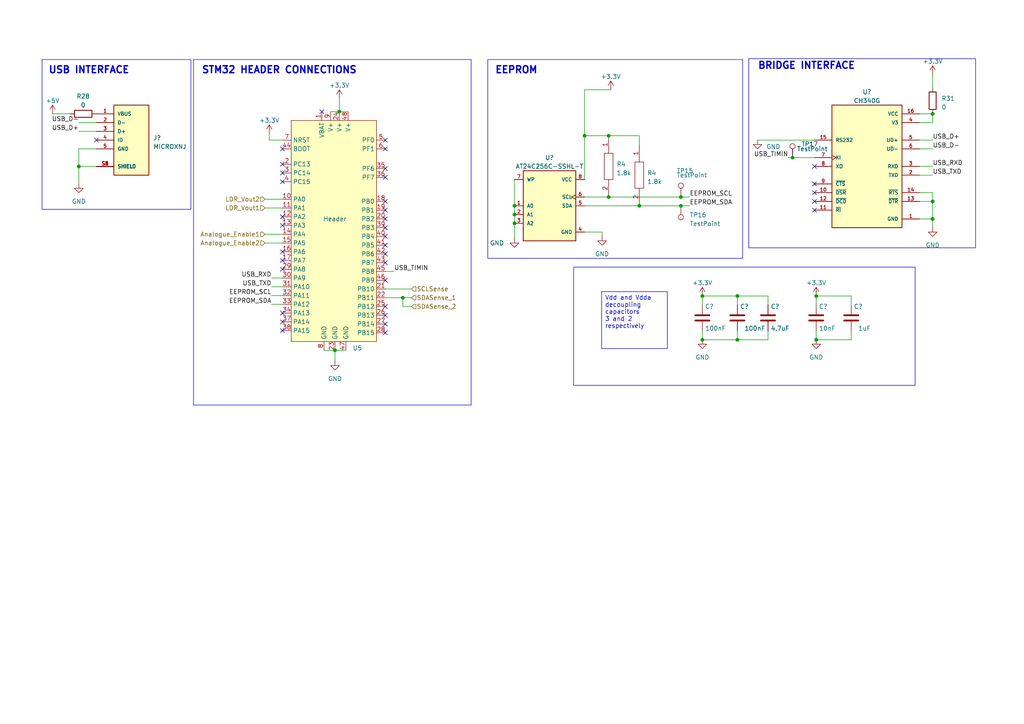
<source format=kicad_sch>
(kicad_sch (version 20230121) (generator eeschema)
  (paper "A4")
  (title_block (title "MCU Schematic") (date "2023-03-14") (rev "Rev 1") (company "UCT") (comment 1 "EEE3088F Project") (comment 2 "Jack Youens"))
  (lib_symbols
    (symbol "0402WGF1001TCE:0402WGF1001TCE" (pin_names (offset 0.762))
      (property "Reference" "R" (at 13.97 6.35 0))
      (property "Value" "0402WGF1001TCE" (at 13.97 3.81 0))
      (symbol "0402WGF1001TCE_0_0"
        (pin passive line (at 0 0 0) (length 5.08) (name "~") (number "1"))
        (pin passive line (at 17.78 0 180) (length 5.08) (name "~") (number "2"))
      )
      (symbol "0402WGF1001TCE_0_1"
        (polyline (pts (xy 5.08 1.27) (xy 12.7 1.27) (xy 12.7 -1.27) (xy 5.08 -1.27) (xy 5.08 1.27)) (stroke (width 0.1524)))
      )
    )
    (symbol "AT24C256C-SSHL-T:AT24C256C-SSHL-T" (pin_names (offset 1.016))
      (property "Reference" "U" (at -7.6427 10.1903 0))
      (property "Value" "AT24C256C-SSHL-T" (at -7.6309 -12.7181 0))
      (symbol "AT24C256C-SSHL-T_0_0"
        (rectangle (start -7.62 -10.16) (end 7.62 10.16) (stroke (width 0.254)) (fill (type background)))
        (pin input line (at -10.16 0 0) (length 2.54) (name "A0") (number "1"))
        (pin input line (at -10.16 -2.54 0) (length 2.54) (name "A1") (number "2"))
        (pin input line (at -10.16 -5.08 0) (length 2.54) (name "A2") (number "3"))
        (pin power_in line (at 10.16 -7.62 180) (length 2.54) (name "GND") (number "4"))
        (pin bidirectional line (at 10.16 0 180) (length 2.54) (name "SDA") (number "5"))
        (pin input clock (at 10.16 2.54 180) (length 2.54) (name "SCL") (number "6"))
        (pin input line (at -10.16 7.62 0) (length 2.54) (name "WP") (number "7"))
        (pin power_in line (at 10.16 7.62 180) (length 2.54) (name "VCC") (number "8"))
      )
    )
    (symbol "CH340G:CH340G" (pin_names (offset 1.016))
      (property "Reference" "U" (at -10.16 20.32 0))
      (property "Value" "CH340G" (at -10.16 -22.86 0))
      (symbol "CH340G_0_0"
        (rectangle (start -10.16 -17.78) (end 10.16 17.78) (stroke (width 0.254)) (fill (type background)))
        (pin power_in line (at 15.24 -15.24 180) (length 5.08) (name "GND") (number "1"))
        (pin input line (at -15.24 -7.62 0) (length 5.08) (name "~{DSR}") (number "10"))
        (pin input line (at -15.24 -12.7 0) (length 5.08) (name "~{RI}") (number "11"))
        (pin input line (at -15.24 -10.16 0) (length 5.08) (name "~{DCD}") (number "12"))
        (pin output line (at 15.24 -10.16 180) (length 5.08) (name "~{DTR}") (number "13"))
        (pin output line (at 15.24 -7.62 180) (length 5.08) (name "~{RTS}") (number "14"))
        (pin input line (at -15.24 7.62 0) (length 5.08) (name "RS232") (number "15"))
        (pin power_in line (at 15.24 15.24 180) (length 5.08) (name "VCC") (number "16"))
        (pin output line (at 15.24 -2.54 180) (length 5.08) (name "TXD") (number "2"))
        (pin input line (at 15.24 0 180) (length 5.08) (name "RXD") (number "3"))
        (pin power_in line (at 15.24 12.7 180) (length 5.08) (name "V3") (number "4"))
        (pin bidirectional line (at 15.24 7.62 180) (length 5.08) (name "UD+") (number "5"))
        (pin bidirectional line (at 15.24 5.08 180) (length 5.08) (name "UD-") (number "6"))
        (pin input clock (at -15.24 2.54 0) (length 5.08) (name "XI") (number "7"))
        (pin output line (at -15.24 0 0) (length 5.08) (name "XO") (number "8"))
        (pin input line (at -15.24 -5.08 0) (length 5.08) (name "~{CTS}") (number "9"))
      )
    )
    (symbol "Connector:TestPoint" (pin_numbers hide) (pin_names (offset 0.762) hide)
      (property "Reference" "TP" (at 0 6.858 0))
      (property "Value" "TestPoint" (at 0 5.08 0))
      (symbol "TestPoint_0_1"
        (circle (center 0 3.302) (radius 0.762))
      )
      (symbol "TestPoint_1_1"
        (pin passive line (at 0 0 90) (length 2.54) (name "1") (number "1"))
      )
    )
    (symbol "Device:C" (pin_numbers hide) (pin_names (offset 0.254))
      (property "Reference" "C" (at 0.635 2.54 0))
      (property "Value" "C" (at 0.635 -2.54 0))
      (symbol "C_0_1"
        (polyline (pts (xy -2.032 -0.762) (xy 2.032 -0.762)) (stroke (width 0.508)))
        (polyline (pts (xy -2.032 0.762) (xy 2.032 0.762)) (stroke (width 0.508)))
      )
      (symbol "C_1_1"
        (pin passive line (at 0 3.81 270) (length 2.794) (name "~") (number "1"))
        (pin passive line (at 0 -3.81 90) (length 2.794) (name "~") (number "2"))
      )
    )
    (symbol "Device:R" (pin_numbers hide) (pin_names (offset 0))
      (property "Reference" "R" (at 2.032 0 90))
      (property "Value" "R" (at 0 0 90))
      (symbol "R_0_1"
        (rectangle (start -1.016 -2.54) (end 1.016 2.54) (stroke (width 0.254)))
      )
      (symbol "R_1_1"
        (pin passive line (at 0 3.81 270) (length 1.27) (name "~") (number "1"))
        (pin passive line (at 0 -3.81 90) (length 1.27) (name "~") (number "2"))
      )
    )
    (symbol "MICROXNJ:MICROXNJ" (pin_names (offset 1.016))
      (property "Reference" "J" (at -5.0828 10.9278 0))
      (property "Value" "MICROXNJ" (at -5.0823 -10.9276 0))
      (symbol "MICROXNJ_0_0"
        (rectangle (start -5.08 -10.16) (end 5.08 10.16) (stroke (width 0.254)) (fill (type background)))
        (pin power_in line (at -10.16 7.62 0) (length 5.08) (name "VBUS") (number "1"))
        (pin bidirectional line (at -10.16 5.08 0) (length 5.08) (name "D-") (number "2"))
        (pin bidirectional line (at -10.16 2.54 0) (length 5.08) (name "D+") (number "3"))
        (pin bidirectional line (at -10.16 0 0) (length 5.08) (name "ID") (number "4"))
        (pin power_in line (at -10.16 -2.54 0) (length 5.08) (name "GND") (number "5"))
        (pin passive line (at -10.16 -7.62 0) (length 5.08) (name "SHIELD") (number "S1"))
        (pin passive line (at -10.16 -7.62 0) (length 5.08) (name "SHIELD") (number "S2"))
        (pin passive line (at -10.16 -7.62 0) (length 5.08) (name "SHIELD") (number "S3"))
        (pin passive line (at -10.16 -7.62 0) (length 5.08) (name "SHIELD") (number "S4"))
        (pin passive line (at -10.16 -7.62 0) (length 5.08) (name "SHIELD") (number "S5"))
        (pin passive line (at -10.16 -7.62 0) (length 5.08) (name "SHIELD") (number "S6"))
      )
    )
    (symbol "PCM_UCT:STM32F051C6TG6_Target"
      (property "Reference" "U" (at -11.43 32.385 0))
      (symbol "STM32F051C6TG6_Target_0_1"
        (rectangle (start -12.7 30.48) (end 12.065 -33.655) (fill (type background)))
      )
      (symbol "STM32F051C6TG6_Target_1_1"
        (pin power_in line (at -3.81 33.02 270) (length 2.54) (name "VBAT") (number "1"))
        (pin bidirectional line (at -15.24 7.62 0) (length 2.54) (name "PA0") (number "10"))
        (pin bidirectional line (at -15.24 5.08 0) (length 2.54) (name "PA1") (number "11"))
        (pin bidirectional line (at -15.24 2.54 0) (length 2.54) (name "PA2") (number "12"))
        (pin bidirectional line (at -15.24 0 0) (length 2.54) (name "PA3") (number "13"))
        (pin bidirectional line (at -15.24 -2.54 0) (length 2.54) (name "PA4") (number "14"))
        (pin bidirectional line (at -15.24 -5.08 0) (length 2.54) (name "PA5") (number "15"))
        (pin bidirectional line (at -15.24 -7.62 0) (length 2.54) (name "PA6") (number "16"))
        (pin bidirectional line (at -15.24 -10.16 0) (length 2.54) (name "PA7") (number "17"))
        (pin bidirectional line (at 14.605 6.985 180) (length 2.54) (name "PB0") (number "18"))
        (pin bidirectional line (at 14.605 4.445 180) (length 2.54) (name "PB1") (number "19"))
        (pin bidirectional line (at -15.24 17.78 0) (length 2.54) (name "PC13") (number "2"))
        (pin bidirectional line (at 14.605 1.905 180) (length 2.54) (name "PB2") (number "20"))
        (pin bidirectional line (at 14.605 -18.415 180) (length 2.54) (name "PB10") (number "21"))
        (pin bidirectional line (at 14.605 -20.955 180) (length 2.54) (name "PB11") (number "22"))
        (pin power_in line (at 0 -36.195 90) (length 2.54) (name "GND") (number "23"))
        (pin power_in line (at 1.27 33.02 270) (length 2.54) (name "V+") (number "24"))
        (pin bidirectional line (at 14.605 -23.495 180) (length 2.54) (name "PB12") (number "25"))
        (pin bidirectional line (at 14.605 -26.035 180) (length 2.54) (name "PB13") (number "26"))
        (pin bidirectional line (at 14.605 -28.575 180) (length 2.54) (name "PB14") (number "27"))
        (pin bidirectional line (at 14.605 -31.115 180) (length 2.54) (name "PB15") (number "28"))
        (pin bidirectional line (at -15.24 -12.7 0) (length 2.54) (name "PA8") (number "29"))
        (pin bidirectional line (at -15.24 15.24 0) (length 2.54) (name "PC14") (number "3"))
        (pin bidirectional line (at -15.24 -15.24 0) (length 2.54) (name "PA9") (number "30"))
        (pin bidirectional line (at -15.24 -17.78 0) (length 2.54) (name "PA10") (number "31"))
        (pin bidirectional line (at -15.24 -20.32 0) (length 2.54) (name "PA11") (number "32"))
        (pin bidirectional line (at -15.24 -22.86 0) (length 2.54) (name "PA12") (number "33"))
        (pin bidirectional line (at -15.24 -25.4 0) (length 2.54) (name "PA13") (number "34"))
        (pin bidirectional line (at 14.605 16.51 180) (length 2.54) (name "PF6") (number "35"))
        (pin bidirectional line (at 14.605 13.97 180) (length 2.54) (name "PF7") (number "36"))
        (pin bidirectional line (at -15.24 -27.94 0) (length 2.54) (name "PA14") (number "37"))
        (pin bidirectional line (at -15.24 -30.48 0) (length 2.54) (name "PA15") (number "38"))
        (pin bidirectional line (at 14.605 -0.635 180) (length 2.54) (name "PB3") (number "39"))
        (pin bidirectional line (at -15.24 12.7 0) (length 2.54) (name "PC15") (number "4"))
        (pin bidirectional line (at 14.605 -3.175 180) (length 2.54) (name "PB4") (number "40"))
        (pin bidirectional line (at 14.605 -5.715 180) (length 2.54) (name "PB5") (number "41"))
        (pin bidirectional line (at 14.605 -8.255 180) (length 2.54) (name "PB6") (number "42"))
        (pin bidirectional line (at 14.605 -10.795 180) (length 2.54) (name "PB7") (number "43"))
        (pin input line (at -15.24 22.225 0) (length 2.54) (name "BOOT") (number "44"))
        (pin bidirectional line (at 14.605 -13.335 180) (length 2.54) (name "PB8") (number "45"))
        (pin bidirectional line (at 14.605 -15.875 180) (length 2.54) (name "PB9") (number "46"))
        (pin power_in line (at 3.175 -36.195 90) (length 2.54) (name "GND") (number "47"))
        (pin power_in line (at 3.81 33.02 270) (length 2.54) (name "V+") (number "48"))
        (pin bidirectional line (at 14.605 24.765 180) (length 2.54) (name "PF0") (number "5"))
        (pin bidirectional line (at 14.605 22.225 180) (length 2.54) (name "PF1") (number "6"))
        (pin input line (at -15.24 24.765 0) (length 2.54) (name "NRST") (number "7"))
        (pin power_in line (at -3.175 -36.195 90) (length 2.54) (name "GND") (number "8"))
        (pin power_in line (at -1.27 33.02 270) (length 2.54) (name "V+") (number "9"))
      )
    )
    (symbol "power:+3.3V" (power) (pin_names (offset 0))
      (property "Value" "+3.3V" (at 0 3.556 0))
      (symbol "+3.3V_0_1"
        (polyline (pts (xy -0.762 1.27) (xy 0 2.54)))
        (polyline (pts (xy 0 0) (xy 0 2.54)))
        (polyline (pts (xy 0 2.54) (xy 0.762 1.27)))
      )
      (symbol "+3.3V_1_1"
        (pin power_in line (at 0 0 90) (length 0) hide (name "+3.3V") (number "1"))
      )
    )
    (symbol "power:+5V" (power) (pin_names (offset 0))
      (property "Value" "+5V" (at 0 3.556 0))
      (symbol "+5V_0_1"
        (polyline (pts (xy -0.762 1.27) (xy 0 2.54)))
        (polyline (pts (xy 0 0) (xy 0 2.54)))
        (polyline (pts (xy 0 2.54) (xy 0.762 1.27)))
      )
      (symbol "+5V_1_1"
        (pin power_in line (at 0 0 90) (length 0) hide (name "+5V") (number "1"))
      )
    )
    (symbol "power:GND" (power) (pin_names (offset 0))
      (property "Value" "GND" (at 0 -3.81 0))
      (symbol "GND_0_1"
        (polyline (pts (xy 0 0) (xy 0 -1.27) (xy 1.27 -1.27) (xy 0 -2.54) (xy -1.27 -1.27) (xy 0 -1.27)))
      )
      (symbol "GND_1_1"
        (pin power_in line (at 0 0 270) (length 0) hide (name "GND") (number "1"))
      )
    )
  )
  (junction (at 229.87 45.72))
  (junction (at 213.868 98.552))
  (junction (at 97.155 101.6))
  (junction (at 98.425 32.385))
  (junction (at 185.42 59.69))
  (junction (at 270.51 58.42))
  (junction (at 197.485 57.15))
  (junction (at 169.545 39.37))
  (junction (at 149.225 62.23))
  (junction (at 22.86 48.26))
  (junction (at 176.53 57.15))
  (junction (at 203.708 98.552))
  (junction (at 236.728 98.552))
  (junction (at 149.225 59.69))
  (junction (at 116.84 86.36))
  (junction (at 236.728 85.852))
  (junction (at 149.225 64.77))
  (junction (at 203.708 85.852))
  (junction (at 270.51 63.5))
  (junction (at 197.485 59.69))
  (junction (at 176.53 39.37))
  (junction (at 213.868 85.852))
  (junction (at 270.51 33.02))
  (no_connect (at 81.915 43.18))
  (no_connect (at 111.76 48.895))
  (no_connect (at 81.915 93.345))
  (no_connect (at 81.915 73.025))
  (no_connect (at 111.76 60.96))
  (no_connect (at 27.94 40.64))
  (no_connect (at 111.76 71.12))
  (no_connect (at 81.915 90.805))
  (no_connect (at 111.76 93.98))
  (no_connect (at 93.345 32.385))
  (no_connect (at 81.915 78.105))
  (no_connect (at 111.76 40.64))
  (no_connect (at 81.915 95.885))
  (no_connect (at 236.22 58.42))
  (no_connect (at 81.915 50.165))
  (no_connect (at 111.76 76.2))
  (no_connect (at 111.76 58.42))
  (no_connect (at 236.22 48.26))
  (no_connect (at 111.76 81.28))
  (no_connect (at 236.22 53.34))
  (no_connect (at 81.915 47.625))
  (no_connect (at 111.76 63.5))
  (no_connect (at 111.76 68.58))
  (no_connect (at 236.22 60.96))
  (no_connect (at 111.76 51.435))
  (no_connect (at 81.915 62.865))
  (no_connect (at 111.76 73.66))
  (no_connect (at 111.76 96.52))
  (no_connect (at 111.76 91.44))
  (no_connect (at 111.76 66.04))
  (no_connect (at 81.915 75.565))
  (no_connect (at 81.915 52.705))
  (no_connect (at 236.22 55.88))
  (no_connect (at 111.76 88.9))
  (no_connect (at 111.76 43.18))
  (no_connect (at 81.915 65.405))
  (wire (pts (xy 203.708 85.852) (xy 203.708 88.392)))
  (wire (pts (xy 169.545 52.07) (xy 169.545 39.37)))
  (wire (pts (xy 185.42 39.37) (xy 185.42 41.91)))
  (wire (pts (xy 27.94 48.26) (xy 22.86 48.26)))
  (wire (pts (xy 174.625 67.31) (xy 174.625 68.58)))
  (wire (pts (xy 76.835 57.785) (xy 81.915 57.785)))
  (wire (pts (xy 229.87 45.72) (xy 236.22 45.72)))
  (wire (pts (xy 270.51 33.02) (xy 270.51 35.56)))
  (wire (pts (xy 76.835 70.485) (xy 81.915 70.485)))
  (wire (pts (xy 97.155 101.6) (xy 97.155 104.775)))
  (wire (pts (xy 213.868 96.012) (xy 213.868 98.552)))
  (wire (pts (xy 270.51 63.5) (xy 270.51 66.04)))
  (wire (pts (xy 149.225 64.77) (xy 149.225 69.215)))
  (wire (pts (xy 119.38 88.9) (xy 116.84 88.9)))
  (wire (pts (xy 78.74 88.265) (xy 81.915 88.265)))
  (wire (pts (xy 213.868 98.552) (xy 203.708 98.552)))
  (wire (pts (xy 78.105 40.64) (xy 78.105 38.735)))
  (wire (pts (xy 176.53 57.15) (xy 197.485 57.15)))
  (wire (pts (xy 222.758 85.852) (xy 213.868 85.852)))
  (wire (pts (xy 228.6 45.72) (xy 229.87 45.72)))
  (wire (pts (xy 111.76 83.82) (xy 119.38 83.82)))
  (wire (pts (xy 266.7 48.26) (xy 270.51 48.26)))
  (wire (pts (xy 169.545 67.31) (xy 174.625 67.31)))
  (wire (pts (xy 76.835 67.945) (xy 81.915 67.945)))
  (wire (pts (xy 266.7 55.88) (xy 270.51 55.88)))
  (wire (pts (xy 116.84 88.9) (xy 116.84 86.36)))
  (wire (pts (xy 22.86 38.1) (xy 27.94 38.1)))
  (wire (pts (xy 246.888 98.552) (xy 246.888 96.012)))
  (wire (pts (xy 116.84 86.36) (xy 119.38 86.36)))
  (wire (pts (xy 98.425 28.575) (xy 98.425 32.385)))
  (wire (pts (xy 270.51 55.88) (xy 270.51 58.42)))
  (wire (pts (xy 266.7 43.18) (xy 270.51 43.18)))
  (wire (pts (xy 222.758 98.552) (xy 213.868 98.552)))
  (wire (pts (xy 97.155 101.6) (xy 100.33 101.6)))
  (wire (pts (xy 203.708 85.852) (xy 213.868 85.852)))
  (wire (pts (xy 266.7 40.64) (xy 270.51 40.64)))
  (wire (pts (xy 111.76 78.74) (xy 114.3 78.74)))
  (wire (pts (xy 27.94 43.18) (xy 22.86 43.18)))
  (wire (pts (xy 236.728 85.852) (xy 236.728 88.392)))
  (wire (pts (xy 266.7 33.02) (xy 270.51 33.02)))
  (wire (pts (xy 22.86 35.56) (xy 27.94 35.56)))
  (wire (pts (xy 78.74 80.645) (xy 81.915 80.645)))
  (wire (pts (xy 169.545 39.37) (xy 176.53 39.37)))
  (wire (pts (xy 266.7 50.8) (xy 270.51 50.8)))
  (wire (pts (xy 222.758 88.392) (xy 222.758 85.852)))
  (wire (pts (xy 169.545 59.69) (xy 185.42 59.69)))
  (wire (pts (xy 203.708 96.012) (xy 203.708 98.552)))
  (wire (pts (xy 149.225 59.69) (xy 149.225 62.23)))
  (wire (pts (xy 236.728 96.012) (xy 236.728 98.552)))
  (wire (pts (xy 219.71 40.64) (xy 236.22 40.64)))
  (wire (pts (xy 111.76 86.36) (xy 116.84 86.36)))
  (wire (pts (xy 78.74 83.185) (xy 81.915 83.185)))
  (wire (pts (xy 197.485 59.69) (xy 200.025 59.69)))
  (wire (pts (xy 22.86 43.18) (xy 22.86 48.26)))
  (wire (pts (xy 185.42 59.69) (xy 197.485 59.69)))
  (wire (pts (xy 169.545 57.15) (xy 176.53 57.15)))
  (wire (pts (xy 169.545 26.035) (xy 177.165 26.035)))
  (wire (pts (xy 22.86 48.26) (xy 22.86 53.34)))
  (wire (pts (xy 213.868 85.852) (xy 213.868 88.392)))
  (wire (pts (xy 98.425 32.385) (xy 100.965 32.385)))
  (wire (pts (xy 149.225 52.07) (xy 149.225 59.69)))
  (wire (pts (xy 270.51 21.59) (xy 270.51 25.4)))
  (wire (pts (xy 78.74 85.725) (xy 81.915 85.725)))
  (wire (pts (xy 81.915 40.64) (xy 78.105 40.64)))
  (wire (pts (xy 270.51 58.42) (xy 270.51 63.5)))
  (wire (pts (xy 266.7 35.56) (xy 270.51 35.56)))
  (wire (pts (xy 236.728 98.552) (xy 246.888 98.552)))
  (wire (pts (xy 15.24 33.02) (xy 20.32 33.02)))
  (wire (pts (xy 246.888 85.852) (xy 246.888 88.392)))
  (wire (pts (xy 76.835 60.325) (xy 81.915 60.325)))
  (wire (pts (xy 222.758 96.012) (xy 222.758 98.552)))
  (wire (pts (xy 149.225 62.23) (xy 149.225 64.77)))
  (wire (pts (xy 176.53 39.37) (xy 185.42 39.37)))
  (wire (pts (xy 197.485 57.15) (xy 200.025 57.15)))
  (wire (pts (xy 93.98 101.6) (xy 97.155 101.6)))
  (wire (pts (xy 266.7 63.5) (xy 270.51 63.5)))
  (wire (pts (xy 266.7 58.42) (xy 270.51 58.42)))
  (wire (pts (xy 95.885 32.385) (xy 98.425 32.385)))
  (wire (pts (xy 169.545 39.37) (xy 169.545 26.035)))
  (wire (pts (xy 236.728 85.852) (xy 246.888 85.852)))
  (rectangle (start 56.134 17.272) (end 136.652 117.475))
  (rectangle (start 166.37 77.47) (end 265.43 111.76))
  (rectangle (start 141.478 17.272) (end 215.392 74.93))
  (rectangle (start 217.17 17.018) (end 282.956 71.882))
  (rectangle (start 12.192 17.272) (end 55.372 60.706))
  (text_box "Vdd and Vdda decoupling capacitors\n3 and 2 respectively" (at 174.498 84.582 0) (size 19.05 16.51) (effects (font (size 1.27 1.27)) (justify left top)))
  (text "USB INTERFACE" (at 13.97 21.59 0) (effects (font (size 2 2) bold) (justify left bottom)))
  (text "STM32 HEADER CONNECTIONS" (at 58.42 21.59 0) (effects (font (size 2 2) bold) (justify left bottom)))
  (text "BRIDGE INTERFACE" (at 219.71 20.32 0) (effects (font (size 2 2) bold) (justify left bottom)))
  (text "EEPROM" (at 143.51 21.59 0) (effects (font (size 2 2) bold) (justify left bottom)))
  (label "EEPROM_SDA" (at 200.025 59.69 0) (property "Intersheetrefs" "${INTERSHEET_REFS}" (effects hide)))
  (label "EEPROM_SCL" (at 78.74 85.725 180) (property "Intersheetrefs" "${INTERSHEET_REFS}" (effects hide)))
  (label "USB_D+" (at 22.86 38.1 180) (property "Intersheetrefs" "${INTERSHEET_REFS}" (effects hide)))
  (label "USB_TXD" (at 270.51 50.8 0) (property "Intersheetrefs" "${INTERSHEET_REFS}" (effects hide)))
  (label "USB_D-" (at 270.51 43.18 0) (property "Intersheetrefs" "${INTERSHEET_REFS}" (effects hide)))
  (label "USB_D-" (at 22.86 35.56 180) (property "Intersheetrefs" "${INTERSHEET_REFS}" (effects hide)))
  (label "USB_RXD" (at 78.74 80.645 180) (property "Intersheetrefs" "${INTERSHEET_REFS}" (effects hide)))
  (label "EEPROM_SCL" (at 200.025 57.15 0) (property "Intersheetrefs" "${INTERSHEET_REFS}" (effects hide)))
  (label "USB_TIMIN" (at 114.3 78.74 0) (property "Intersheetrefs" "${INTERSHEET_REFS}" (effects hide)))
  (label "USB_TIMIN" (at 228.6 45.72 180) (property "Intersheetrefs" "${INTERSHEET_REFS}" (effects hide)))
  (label "USB_RXD" (at 270.51 48.26 0) (property "Intersheetrefs" "${INTERSHEET_REFS}" (effects hide)))
  (label "USB_TXD" (at 78.74 83.185 180) (property "Intersheetrefs" "${INTERSHEET_REFS}" (effects hide)))
  (label "USB_D+" (at 270.51 40.64 0) (property "Intersheetrefs" "${INTERSHEET_REFS}" (effects hide)))
  (label "EEPROM_SDA" (at 78.74 88.265 180) (property "Intersheetrefs" "${INTERSHEET_REFS}" (effects hide)))
  (hierarchical_label "Analogue_Enable2" (shape input) (at 76.835 70.485 180))
  (hierarchical_label "SDASense_1" (shape input) (at 119.38 86.36 0))
  (hierarchical_label "SDASense_2" (shape input) (at 119.38 88.9 0))
  (hierarchical_label "LDR_Vout2" (shape input) (at 76.835 57.785 180))
  (hierarchical_label "SCLSense" (shape input) (at 119.38 83.82 0))
  (hierarchical_label "LDR_Vout1" (shape input) (at 76.835 60.325 180))
  (hierarchical_label "Analogue_Enable1" (shape input) (at 76.835 67.945 180))
  (symbol (lib_id "Device:C") (at 246.888 92.202 0) (unit 1)
    (property "Reference" "C?" (at 247.65 88.9 0) (effects (justify left)))
    (property "Value" "1uF" (at 248.92 95.25 0) (effects (justify left)))
    (property "Footprint" "Capacitor_SMD:C_0805_2012Metric" (effects hide))
    (property "Datasheet" "https://datasheet.lcsc.com/lcsc/1810191216_Samsung-Electro-Mechanics-CL21B105KBFNNNE_C28323.pdf" (effects hide))
    (property "Price" "0.0092" (effects hide))
    (property "Extended" "0" (effects hide))
    (property "Description" "1uF Cap 0805" (effects hide))
    (property "Manufacturer_Part_Number" "CL21B105KBFNNNE" (effects hide))
    (property "JLC Part Number" "C28323" (effects hide))
  )
  (symbol (lib_id "power:+3.3V") (at 78.105 38.735 0) (unit 1)
    (property "Reference" "#PWR035" (effects hide))
    (property "Value" "+3.3V" (at 78.105 34.925 0))
  )
  (symbol (lib_id "power:+3.3V") (at 98.425 28.575 0) (unit 1)
    (property "Reference" "#PWR037" (effects hide))
    (property "Value" "+3.3V" (at 98.425 24.765 0))
  )
  (symbol (lib_id "Connector:TestPoint") (at 197.485 57.15 0) (unit 1)
    (property "Reference" "TP15" (at 196.215 49.53 0) (effects (justify left)))
    (property "Value" "TestPoint" (at 196.215 50.8 0) (effects (justify left)))
    (property "Footprint" "TestPoint:TestPoint_Pad_2.0x2.0mm" (effects hide))
    (property "Description" "Test Point" (effects hide))
    (property "Extended" "0" (effects hide))
    (property "JLC Part Number" "DNP" (effects hide))
    (property "Price" "0" (effects hide))
    (property "Manufacturer_Part_Number" "DNP" (effects hide))
  )
  (symbol (lib_id "power:GND") (at 149.225 69.215 0) (unit 1)
    (property "Reference" "#PWR029" (effects hide))
    (property "Value" "GND" (at 144.145 70.485 0))
  )
  (symbol (lib_id "Device:R") (at 24.13 33.02 270) (unit 1)
    (property "Reference" "R28" (at 24.13 27.94 90))
    (property "Value" "0" (at 24.13 30.48 90))
    (property "Footprint" "Resistor_SMD:R_0805_2012Metric" (effects hide))
    (property "Datasheet" "https://www.mouser.in/datasheet/2/1365/1-3044649.pdf" (effects hide))
    (property "Description" "0 Resistor 0805" (effects hide))
    (property "Extended" "0" (effects hide))
    (property "Height" "0.4" (effects hide))
    (property "JLC Part Number" "C17477" (effects hide))
    (property "Manufacturer_Name" "ROYALOHM" (effects hide))
    (property "Manufacturer_Part_Number" "0805W8F0000T5E" (effects hide))
    (property "Price" "0.0022" (effects hide))
  )
  (symbol (lib_id "power:+3.3V") (at 270.51 21.59 0) (unit 1)
    (property "Reference" "#PWR044" (effects hide))
    (property "Value" "+3.3V" (at 270.51 17.78 0))
    (instances (project "EEE3088" (path "" (reference "#PWR044") (unit 1)) (path "" (reference "#PWR01") (unit 1)) (path "" (reference "#PWR040") (unit 1))))
  )
  (symbol (lib_id "AT24C256C-SSHL-T:AT24C256C-SSHL-T") (at 159.385 59.69 0) (unit 1)
    (property "Reference" "U?" (at 159.385 45.72 0))
    (property "Value" "AT24C256C-SSHL-T" (at 159.385 48.26 0))
    (property "Footprint" "Package_SO:SOIC-8-1EP_3.9x4.9mm_P1.27mm_EP2.29x3mm" (effects hide))
    (property "Datasheet" "https://datasheet.lcsc.com/lcsc/1809151932_Microchip-Tech-AT24C256C-SSHL-T_C6482.pdf" (effects hide))
    (property "MANUFACTURER" "Atmel" (effects hide))
    (property "Price" "0.4639" (effects hide))
    (property "Extended" "0" (effects hide))
    (property "Manufacturer_Part_Number" "AT24C256C-SSHL-T" (effects hide))
    (property "Description" "EEPROM" (effects hide))
    (property "JLC Part Number" "C6482" (effects hide))
  )
  (symbol (lib_id "Connector:TestPoint") (at 229.87 45.72 0) (unit 1)
    (property "Reference" "TP17" (at 232.41 41.783 0) (effects (justify left)))
    (property "Value" "TestPoint" (at 231.14 43.18 0) (effects (justify left)))
    (property "Footprint" "TestPoint:TestPoint_Pad_2.0x2.0mm" (effects hide))
    (property "Description" "Test Point" (effects hide))
    (property "Extended" "0" (effects hide))
    (property "JLC Part Number" "DNP" (effects hide))
    (property "Price" "0" (effects hide))
    (property "Manufacturer_Part_Number" "DNP" (effects hide))
  )
  (symbol (lib_id "power:GND") (at 97.155 104.775 0) (unit 1)
    (property "Reference" "#PWR036" (effects hide))
    (property "Value" "GND" (at 97.155 109.855 0))
  )
  (symbol (lib_id "CH340G:CH340G") (at 251.46 48.26 0) (unit 1)
    (property "Reference" "U?" (at 251.46 26.67 0))
    (property "Value" "CH340G" (at 251.46 29.21 0))
    (property "Footprint" "Package_SO:HTSSOP-16-1EP_4.4x5mm_P0.65mm_EP3.4x5mm" (effects hide))
    (property "Datasheet" "https://datasheet.lcsc.com/lcsc/2008191806_WCH-Jiangsu-Qin-Heng-CH340G_C14267.pdf" (effects hide))
    (property "MANUFACTURER" "WCH" (effects hide))
    (property "STANDARD" "IPC 7351B" (effects hide))
    (property "PARTREV" "2G" (effects hide))
    (property "MAXIMUM_PACKAGE_HEIGHT" "1.8 mm" (effects hide))
    (property "Price" "0.4733" (effects hide))
    (property "Extended" "1" (effects hide))
    (property "Manufacturer_Part_Number" "CH340G" (effects hide))
    (property "Description" "USB Comms " (effects hide))
    (property "JLC Part Number" "C14267" (effects hide))
  )
  (symbol (lib_id "power:GND") (at 22.86 53.34 0) (unit 1)
    (property "Reference" "#PWR?" (effects hide))
    (property "Value" "GND" (at 22.86 58.42 0))
  )
  (symbol (lib_id "power:GND") (at 203.708 98.552 0) (unit 1)
    (property "Reference" "#PWR?" (effects hide))
    (property "Value" "GND" (at 203.708 103.632 0))
  )
  (symbol (lib_id "MICROXNJ:MICROXNJ") (at 38.1 40.64 0) (unit 1)
    (property "Reference" "J?" (at 44.45 40.005 0) (effects (justify left)))
    (property "Value" "MICROXNJ" (at 44.45 42.545 0) (effects (justify left)))
    (property "Footprint" "MICROXNJ:SHOUHAN_MICROXNJ" (effects hide))
    (property "Datasheet" "https://datasheet.lcsc.com/lcsc/2204151400_SHOU-HAN-MicroXNJ_C404969.pdf" (effects hide))
    (property "STANDARD" "Manufacturer Recommendations" (effects hide))
    (property "PARTREV" "A" (effects hide))
    (property "MANUFACTURER" "SHOUHAN" (effects hide))
    (property "MAXIMUM_PACKAGE_HEIGHT" "3mm" (effects hide))
    (property "Price" "0.0333" (effects hide))
    (property "Extended" "1" (effects hide))
    (property "Description" "USB Connector" (effects hide))
    (property "Manufacturer_Part_Number" "MicroXNJ" (effects hide))
    (property "JLC Part Number" "C404969" (effects hide))
  )
  (symbol (lib_id "Device:C") (at 203.708 92.202 0) (unit 1)
    (property "Reference" "C?" (at 204.47 88.9 0) (effects (justify left)))
    (property "Value" "100nF" (at 204.47 95.25 0) (effects (justify left)))
    (property "Footprint" "Capacitor_SMD:C_0805_2012Metric" (effects hide))
    (property "Datasheet" "https://datasheet.lcsc.com/lcsc/2211101700_YAGEO-CC0603KRX7R9BB104_C14663.pdf" (effects hide))
    (property "Price" "0.0046" (effects hide))
    (property "Extended" "0" (effects hide))
    (property "Description" "100nF Cap 0805" (effects hide))
    (property "Manufacturer_Part_Number" "CC0805KRX7R9BB104" (effects hide))
    (property "JLC Part Number" "C49678" (effects hide))
  )
  (symbol (lib_id "power:+5V") (at 15.24 33.02 0) (unit 1)
    (property "Reference" "#PWR033" (effects hide))
    (property "Value" "+5V" (at 15.24 29.21 0))
  )
  (symbol (lib_id "power:+3.3V") (at 203.708 85.852 0) (unit 1)
    (property "Reference" "#PWR?" (effects hide))
    (property "Value" "+3.3V" (at 203.708 82.042 0))
  )
  (symbol (lib_id "0402WGF1001TCE:0402WGF1001TCE") (at 185.42 41.91 270) (unit 1)
    (property "Reference" "R4" (at 187.706 50.165 90) (effects (justify left)))
    (property "Value" "1.8k" (at 187.706 52.705 90) (effects (justify left)))
    (property "Footprint" "Resistor_SMD:R_0805_2012Metric" (effects hide))
    (property "Datasheet" "https://datasheet.lcsc.com/szlcsc/Uniroyal-Elec-0402WGF1001TCE_C11702.pdf" (effects hide))
    (property "Description" "1.8k Res 0805" (effects hide))
    (property "Height" "0.4" (effects hide))
    (property "Manufacturer_Name" "UNI-ROYAL(Uniroyal Elec)" (effects hide))
    (property "Manufacturer_Part_Number" "0805W8F1801T5E" (effects hide))
    (property "Price" "0.0017" (effects hide))
    (property "Extended" "0" (effects hide))
    (property "JLC Part Number" "C17398" (effects hide))
    (instances (project "Power_kicad_sch" (path "" (reference "R4") (unit 1))) (project "EEE3088" (path "" (reference "R4") (unit 1)) (path "" (reference "R30") (unit 1))))
  )
  (symbol (lib_id "Device:C") (at 222.758 92.202 0) (unit 1)
    (property "Reference" "C?" (at 223.52 88.9 0) (effects (justify left)))
    (property "Value" "4.7uF" (at 223.52 95.25 0) (effects (justify left)))
    (property "Footprint" "Capacitor_SMD:C_0805_2012Metric" (effects hide))
    (property "Datasheet" "https://datasheet.lcsc.com/lcsc/1810261822_Samsung-Electro-Mechanics-CL21A475KAQNNNE_C1779.pdf" (effects hide))
    (property "Price" "0.0112" (effects hide))
    (property "Extended" "0" (effects hide))
    (property "Description" "4.7uF Cap 0805" (effects hide))
    (property "Manufacturer_Part_Number" "CL21A475KAQNNNE" (effects hide))
    (property "JLC Part Number" "C1779" (effects hide))
  )
  (symbol (lib_id "PCM_UCT:STM32F051C6TG6_Target") (at 97.155 65.405 0) (unit 1)
    (property "Reference" "U5" (at 102.2859 100.965 0) (effects (justify left)))
    (property "Value" "Header" (at 97.155 63.5 0))
    (property "Footprint" "uct_kicad_library:STM32F051C6T6" (effects hide))
    (property "Description" "STM_Header" (effects hide))
    (property "Extended" "0" (effects hide))
    (property "JLC Part Number" "DNP" (effects hide))
    (property "Manufacturer_Part_Number" "DNP" (effects hide))
    (property "Price" "0" (effects hide))
  )
  (symbol (lib_id "power:GND") (at 174.625 68.58 0) (unit 1)
    (property "Reference" "#PWR?" (effects hide))
    (property "Value" "GND" (at 174.625 73.66 0))
  )
  (symbol (lib_id "Device:R") (at 270.51 29.21 0) (unit 1)
    (property "Reference" "R31" (at 273.05 28.575 0) (effects (justify left)))
    (property "Value" "0" (at 273.05 31.115 0) (effects (justify left)))
    (property "Footprint" "Resistor_SMD:R_0805_2012Metric" (effects hide))
    (property "Datasheet" "https://www.mouser.in/datasheet/2/1365/1-3044649.pdf" (effects hide))
    (property "Description" "0 Resistor 0805" (effects hide))
    (property "Extended" "0" (effects hide))
    (property "Height" "0.4" (effects hide))
    (property "JLC Part Number" "C17477" (effects hide))
    (property "Manufacturer_Name" "ROYALOHM" (effects hide))
    (property "Manufacturer_Part_Number" "0805W8F0000T5E" (effects hide))
    (property "Price" "0.0022" (effects hide))
  )
  (symbol (lib_id "Device:C") (at 236.728 92.202 0) (unit 1)
    (property "Reference" "C?" (at 237.49 88.9 0) (effects (justify left)))
    (property "Value" "10nF" (at 237.49 95.25 0) (effects (justify left)))
    (property "Footprint" "Capacitor_SMD:C_0805_2012Metric" (effects hide))
    (property "Datasheet" "https://datasheet.lcsc.com/lcsc/1811151136_Samsung-Electro-Mechanics-CL21B103KBANNNC_C1710.pdf" (effects hide))
    (property "Price" "0.0085" (effects hide))
    (property "Extended" "0" (effects hide))
    (property "Description" "10nF Cap 0805" (effects hide))
    (property "Manufacturer_Part_Number" "CL21B103KBANNNC" (effects hide))
    (property "JLC Part Number" "C1710" (effects hide))
  )
  (symbol (lib_id "power:GND") (at 270.51 66.04 0) (unit 1)
    (property "Reference" "#PWR?" (effects hide))
    (property "Value" "GND" (at 270.51 71.12 0))
  )
  (symbol (lib_id "power:GND") (at 219.71 40.64 0) (unit 1)
    (property "Reference" "#PWR01" (effects hide))
    (property "Value" "GND" (at 222.25 42.545 0) (effects (justify left)))
  )
  (symbol (lib_id "power:GND") (at 236.728 98.552 0) (unit 1)
    (property "Reference" "#PWR?" (effects hide))
    (property "Value" "GND" (at 236.728 103.632 0))
  )
  (symbol (lib_id "power:+3.3V") (at 177.165 26.035 0) (unit 1)
    (property "Reference" "#PWR044" (effects hide))
    (property "Value" "+3.3V" (at 177.165 22.225 0))
    (instances (project "EEE3088" (path "" (reference "#PWR044") (unit 1)) (path "" (reference "#PWR01") (unit 1)) (path "" (reference "#PWR048") (unit 1))))
  )
  (symbol (lib_id "Connector:TestPoint") (at 197.485 59.69 180) (unit 1)
    (property "Reference" "TP16" (at 200.025 62.357 0) (effects (justify right)))
    (property "Value" "TestPoint" (at 200.025 64.897 0) (effects (justify right)))
    (property "Footprint" "TestPoint:TestPoint_Pad_2.0x2.0mm" (effects hide))
    (property "Description" "Test Point" (effects hide))
    (property "Extended" "0" (effects hide))
    (property "JLC Part Number" "DNP" (effects hide))
    (property "Price" "0" (effects hide))
    (property "Manufacturer_Part_Number" "DNP" (effects hide))
  )
  (symbol (lib_id "Device:C") (at 213.868 92.202 0) (unit 1)
    (property "Reference" "C?" (at 214.63 88.9 0) (effects (justify left)))
    (property "Value" "100nF" (at 215.9 95.25 0) (effects (justify left)))
    (property "Footprint" "Capacitor_SMD:C_0805_2012Metric" (effects hide))
    (property "Datasheet" "https://datasheet.lcsc.com/lcsc/2211101700_YAGEO-CC0603KRX7R9BB104_C14663.pdf" (effects hide))
    (property "Price" "0.0046" (effects hide))
    (property "Extended" "0" (effects hide))
    (property "Description" "100nF Cap 0805" (effects hide))
    (property "Manufacturer_Part_Number" "CC0805KRX7R9BB104" (effects hide))
    (property "JLC Part Number" "C49678" (effects hide))
  )
  (symbol (lib_id "0402WGF1001TCE:0402WGF1001TCE") (at 176.53 39.37 270) (unit 1)
    (property "Reference" "R4" (at 178.816 47.625 90) (effects (justify left)))
    (property "Value" "1.8k" (at 178.816 50.165 90) (effects (justify left)))
    (property "Footprint" "Resistor_SMD:R_0805_2012Metric" (effects hide))
    (property "Datasheet" "https://datasheet.lcsc.com/szlcsc/Uniroyal-Elec-0402WGF1001TCE_C11702.pdf" (effects hide))
    (property "Description" "1.8k Res 0805" (effects hide))
    (property "Height" "0.4" (effects hide))
    (property "Manufacturer_Name" "UNI-ROYAL(Uniroyal Elec)" (effects hide))
    (property "Manufacturer_Part_Number" "0805W8F1801T5E" (effects hide))
    (property "Price" "0.0017" (effects hide))
    (property "Extended" "0" (effects hide))
    (property "JLC Part Number" "C17398" (effects hide))
    (instances (project "Power_kicad_sch" (path "" (reference "R4") (unit 1))) (project "EEE3088" (path "" (reference "R4") (unit 1)) (path "" (reference "R29") (unit 1))))
  )
  (symbol (lib_id "power:+3.3V") (at 236.728 85.852 0) (unit 1)
    (property "Reference" "#PWR?" (effects hide))
    (property "Value" "+3.3V" (at 236.728 82.042 0))
  )
)
</source>
